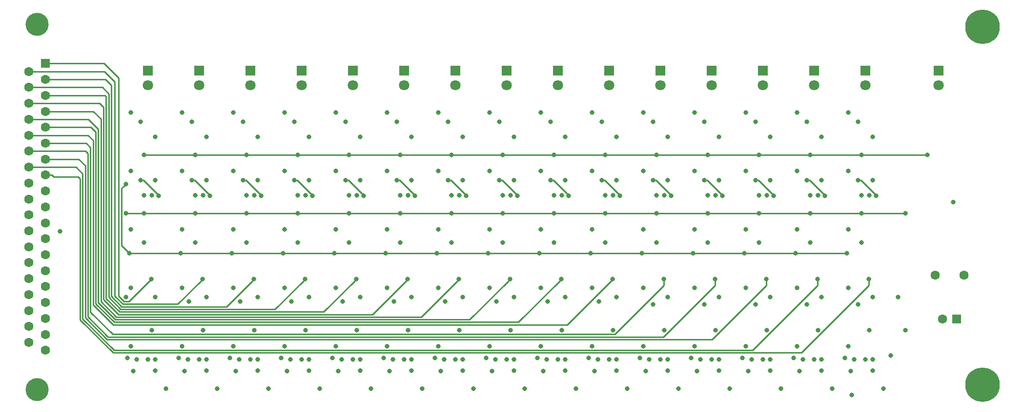
<source format=gbr>
G04 #@! TF.GenerationSoftware,KiCad,Pcbnew,5.1.5-52549c5~84~ubuntu18.04.1*
G04 #@! TF.CreationDate,2020-05-17T15:51:58-07:00*
G04 #@! TF.ProjectId,program_counter,70726f67-7261-46d5-9f63-6f756e746572,rev?*
G04 #@! TF.SameCoordinates,Original*
G04 #@! TF.FileFunction,Copper,L2,Inr*
G04 #@! TF.FilePolarity,Positive*
%FSLAX46Y46*%
G04 Gerber Fmt 4.6, Leading zero omitted, Abs format (unit mm)*
G04 Created by KiCad (PCBNEW 5.1.5-52549c5~84~ubuntu18.04.1) date 2020-05-17 15:51:58*
%MOMM*%
%LPD*%
G04 APERTURE LIST*
%ADD10C,4.000000*%
%ADD11C,1.600000*%
%ADD12R,1.600000X1.600000*%
%ADD13C,1.800000*%
%ADD14R,1.800000X1.800000*%
%ADD15C,6.000000*%
%ADD16C,0.800000*%
%ADD17C,0.250000*%
G04 APERTURE END LIST*
D10*
X72240000Y-129070000D03*
X72240000Y-65570000D03*
D11*
X70820000Y-120865000D03*
X70820000Y-118095000D03*
X70820000Y-115325000D03*
X70820000Y-112555000D03*
X70820000Y-109785000D03*
X70820000Y-107015000D03*
X70820000Y-104245000D03*
X70820000Y-101475000D03*
X70820000Y-98705000D03*
X70820000Y-95935000D03*
X70820000Y-93165000D03*
X70820000Y-90395000D03*
X70820000Y-87625000D03*
X70820000Y-84855000D03*
X70820000Y-82085000D03*
X70820000Y-79315000D03*
X70820000Y-76545000D03*
X70820000Y-73775000D03*
X73660000Y-122250000D03*
X73660000Y-119480000D03*
X73660000Y-116710000D03*
X73660000Y-113940000D03*
X73660000Y-111170000D03*
X73660000Y-108400000D03*
X73660000Y-105630000D03*
X73660000Y-102860000D03*
X73660000Y-100090000D03*
X73660000Y-97320000D03*
X73660000Y-94550000D03*
X73660000Y-91780000D03*
X73660000Y-89010000D03*
X73660000Y-86240000D03*
X73660000Y-83470000D03*
X73660000Y-80700000D03*
X73660000Y-77930000D03*
X73660000Y-75160000D03*
D12*
X73660000Y-72390000D03*
D13*
X228600000Y-76200000D03*
D14*
X228600000Y-73660000D03*
D11*
X228045000Y-109220000D03*
X233045000Y-109220000D03*
D13*
X207010000Y-76200000D03*
D14*
X207010000Y-73660000D03*
D13*
X91440000Y-76200000D03*
D14*
X91440000Y-73660000D03*
D13*
X100330000Y-76200000D03*
D14*
X100330000Y-73660000D03*
D13*
X109220000Y-76200000D03*
D14*
X109220000Y-73660000D03*
D13*
X118110000Y-76200000D03*
D14*
X118110000Y-73660000D03*
D13*
X127000000Y-76200000D03*
D14*
X127000000Y-73660000D03*
D13*
X135890000Y-76200000D03*
D14*
X135890000Y-73660000D03*
D13*
X144780000Y-76200000D03*
D14*
X144780000Y-73660000D03*
D13*
X153670000Y-76200000D03*
D14*
X153670000Y-73660000D03*
D13*
X162560000Y-76200000D03*
D14*
X162560000Y-73660000D03*
D13*
X171450000Y-76200000D03*
D14*
X171450000Y-73660000D03*
D13*
X180340000Y-76200000D03*
D14*
X180340000Y-73660000D03*
D13*
X189230000Y-76200000D03*
D14*
X189230000Y-73660000D03*
D13*
X198120000Y-76200000D03*
D14*
X198120000Y-73660000D03*
D13*
X215900000Y-76200000D03*
D14*
X215900000Y-73660000D03*
D11*
X229275000Y-116840000D03*
D12*
X231775000Y-116840000D03*
D15*
X236220000Y-66040000D03*
X236220000Y-128270000D03*
D16*
X88490000Y-121510000D03*
X97380000Y-121510000D03*
X106270000Y-121510000D03*
X115160000Y-121510000D03*
X124050000Y-121510000D03*
X132940000Y-121510000D03*
X141830000Y-121510000D03*
X150720000Y-121510000D03*
X159610000Y-121510000D03*
X168500000Y-121510000D03*
X177390000Y-121510000D03*
X186280000Y-121510000D03*
X195170000Y-121510000D03*
X204060000Y-121510000D03*
X212950000Y-121510000D03*
X88490000Y-111350000D03*
X97380000Y-111350000D03*
X106270000Y-111350000D03*
X115160000Y-111350000D03*
X124050000Y-111350000D03*
X132940000Y-111350000D03*
X141830000Y-111350000D03*
X150720000Y-111350000D03*
X159610000Y-111350000D03*
X168500000Y-111350000D03*
X177390000Y-111350000D03*
X186280000Y-111350000D03*
X195170000Y-111350000D03*
X204060000Y-111350000D03*
X212950000Y-111350000D03*
X88490000Y-101190000D03*
X97380000Y-101190000D03*
X106270000Y-101190000D03*
X115160000Y-101190000D03*
X124050000Y-101190000D03*
X132940000Y-101190000D03*
X141830000Y-101190000D03*
X150720000Y-101190000D03*
X159610000Y-101190000D03*
X168500000Y-101190000D03*
X177390000Y-101190000D03*
X186280000Y-101190000D03*
X195170000Y-101190000D03*
X204060000Y-101190000D03*
X212950000Y-101190000D03*
X88490000Y-91030000D03*
X97380000Y-91030000D03*
X106270000Y-91030000D03*
X115160000Y-91030000D03*
X124050000Y-91030000D03*
X132940000Y-91030000D03*
X141830000Y-91030000D03*
X150720000Y-91030000D03*
X159610000Y-91030000D03*
X168500000Y-91030000D03*
X177390000Y-91030000D03*
X186280000Y-91030000D03*
X195170000Y-91030000D03*
X204060000Y-91030000D03*
X212950000Y-91030000D03*
X88490000Y-80870000D03*
X97380000Y-80870000D03*
X106270000Y-80870000D03*
X115160000Y-80870000D03*
X124050000Y-80870000D03*
X132940000Y-80870000D03*
X141830000Y-80870000D03*
X150720000Y-80870000D03*
X159610000Y-80870000D03*
X168500000Y-80870000D03*
X177390000Y-80870000D03*
X186280000Y-80870000D03*
X195170000Y-80870000D03*
X204060000Y-80870000D03*
X212950000Y-80870000D03*
X231140000Y-96520000D03*
X219075000Y-128905000D03*
X210185000Y-128905000D03*
X201295000Y-128905000D03*
X192405000Y-128905000D03*
X183515000Y-128905000D03*
X174625000Y-128905000D03*
X165735000Y-128905000D03*
X156845000Y-128905000D03*
X147955000Y-128905000D03*
X139065000Y-128905000D03*
X130175000Y-128905000D03*
X121285000Y-128905000D03*
X112395000Y-128905000D03*
X103505000Y-128905000D03*
X94615000Y-128905000D03*
X217200000Y-113000000D03*
X208310000Y-113000000D03*
X199420000Y-113000000D03*
X190530000Y-113000000D03*
X181640000Y-113000000D03*
X172750000Y-113000000D03*
X163860000Y-113000000D03*
X154970000Y-113000000D03*
X146080000Y-113000000D03*
X137190000Y-113000000D03*
X128300000Y-113000000D03*
X119410000Y-113000000D03*
X110520000Y-113000000D03*
X101630000Y-113000000D03*
X92740000Y-113000000D03*
X76200000Y-101600000D03*
X87630000Y-113030000D03*
X221615000Y-113030000D03*
X100965000Y-109855000D03*
X118745000Y-109855000D03*
X136525000Y-109855000D03*
X154305000Y-109855000D03*
X172085000Y-109855000D03*
X189865000Y-109855000D03*
X207645000Y-109855000D03*
X90805000Y-98425000D03*
X99695000Y-98425000D03*
X108585000Y-98425000D03*
X117475000Y-98425000D03*
X126365000Y-98425000D03*
X135255000Y-98425000D03*
X144145000Y-98425000D03*
X153035000Y-98425000D03*
X161925000Y-98425000D03*
X170815000Y-98425000D03*
X179705000Y-98425000D03*
X188595000Y-98425000D03*
X197485000Y-98425000D03*
X206375000Y-98425000D03*
X215265000Y-98425000D03*
X222885000Y-98425000D03*
X87630000Y-98425000D03*
X92075000Y-109855000D03*
X109855000Y-109855000D03*
X127635000Y-109855000D03*
X145415000Y-109855000D03*
X163195000Y-109855000D03*
X180975000Y-109855000D03*
X198755000Y-109855000D03*
X216535000Y-109855000D03*
X213995000Y-123795000D03*
X217200000Y-125760000D03*
X215900000Y-123825000D03*
X212365000Y-123550000D03*
X214630000Y-114300000D03*
X92090000Y-118730000D03*
X100980000Y-118730000D03*
X109870000Y-118730000D03*
X118760000Y-118730000D03*
X127650000Y-118730000D03*
X136540000Y-118730000D03*
X145430000Y-118730000D03*
X154320000Y-118730000D03*
X163210000Y-118730000D03*
X172100000Y-118730000D03*
X180990000Y-118730000D03*
X189880000Y-118730000D03*
X198770000Y-118730000D03*
X207660000Y-118730000D03*
X216550000Y-118730000D03*
X222885000Y-118745000D03*
X90805000Y-88265000D03*
X99695000Y-88265000D03*
X108585000Y-88265000D03*
X117475000Y-88265000D03*
X126365000Y-88265000D03*
X135255000Y-88265000D03*
X144145000Y-88265000D03*
X153035000Y-88265000D03*
X161925000Y-88265000D03*
X170815000Y-88265000D03*
X179705000Y-88265000D03*
X188595000Y-88265000D03*
X197485000Y-88265000D03*
X206375000Y-88265000D03*
X215265000Y-88265000D03*
X226695000Y-88265000D03*
X217805000Y-95350000D03*
X214600000Y-92680000D03*
X215250000Y-95265000D03*
X217200000Y-92680000D03*
X89535000Y-123795000D03*
X92740000Y-125760000D03*
X91440000Y-123825000D03*
X87905000Y-123550000D03*
X90140000Y-92680000D03*
X93345000Y-95350000D03*
X92740000Y-92680000D03*
X90790000Y-95265000D03*
X90140000Y-82520000D03*
X92740000Y-85120000D03*
X98552000Y-113792000D03*
X100330000Y-123825000D03*
X96795000Y-123550000D03*
X99680000Y-95265000D03*
X101630000Y-92680000D03*
X101630000Y-85120000D03*
X99030000Y-82520000D03*
X107315000Y-123795000D03*
X110520000Y-125760000D03*
X109220000Y-123825000D03*
X105685000Y-123550000D03*
X107442000Y-113792000D03*
X111125000Y-95350000D03*
X107920000Y-92680000D03*
X108570000Y-95265000D03*
X110520000Y-92680000D03*
X116205000Y-123795000D03*
X119410000Y-125760000D03*
X118110000Y-123825000D03*
X114575000Y-123550000D03*
X116332000Y-113792000D03*
X120015000Y-95350000D03*
X116810000Y-92680000D03*
X117460000Y-95265000D03*
X119410000Y-92680000D03*
X119410000Y-85120000D03*
X116810000Y-82520000D03*
X127000000Y-123825000D03*
X123465000Y-123550000D03*
X125222000Y-113792000D03*
X126350000Y-95265000D03*
X128300000Y-92680000D03*
X128300000Y-85120000D03*
X125700000Y-82520000D03*
X133985000Y-123795000D03*
X137190000Y-125760000D03*
X135890000Y-123825000D03*
X132355000Y-123550000D03*
X134112000Y-113792000D03*
X137795000Y-95350000D03*
X134590000Y-92680000D03*
X135240000Y-95265000D03*
X137190000Y-92680000D03*
X142875000Y-123795000D03*
X146080000Y-125760000D03*
X144780000Y-123825000D03*
X141245000Y-123550000D03*
X143002000Y-113792000D03*
X146685000Y-95350000D03*
X143480000Y-92680000D03*
X144130000Y-95265000D03*
X146080000Y-92680000D03*
X146080000Y-85120000D03*
X143480000Y-82520000D03*
X153670000Y-123825000D03*
X150135000Y-123550000D03*
X151892000Y-113792000D03*
X153020000Y-95265000D03*
X154970000Y-92680000D03*
X154970000Y-85120000D03*
X152370000Y-82520000D03*
X160655000Y-123795000D03*
X163860000Y-125760000D03*
X162560000Y-123825000D03*
X159025000Y-123550000D03*
X160782000Y-113792000D03*
X164465000Y-95350000D03*
X161260000Y-92680000D03*
X161910000Y-95265000D03*
X163860000Y-92680000D03*
X217200000Y-123795000D03*
X213360000Y-125845000D03*
X220345000Y-123190000D03*
X213544990Y-129990010D03*
X212725000Y-105410000D03*
X203835000Y-105410000D03*
X194945000Y-105410000D03*
X186055000Y-105410000D03*
X177165000Y-105410000D03*
X168275000Y-105410000D03*
X159385000Y-105410000D03*
X150495000Y-105410000D03*
X141605000Y-105410000D03*
X132715000Y-105410000D03*
X123825000Y-105410000D03*
X114935000Y-105410000D03*
X106045000Y-105410000D03*
X97155000Y-105410000D03*
X88265000Y-105410000D03*
X87630000Y-93345000D03*
X208310000Y-123795000D03*
X204470000Y-125845000D03*
X215250000Y-103520000D03*
X216550000Y-95265000D03*
X217200000Y-85120000D03*
X214600000Y-82520000D03*
X92740000Y-123795000D03*
X88900000Y-125845000D03*
X92090000Y-95265000D03*
X90790000Y-103520000D03*
X98425000Y-123795000D03*
X101630000Y-125760000D03*
X97790000Y-125845000D03*
X101630000Y-123795000D03*
X99680000Y-103520000D03*
X100980000Y-95265000D03*
X102235000Y-95350000D03*
X99030000Y-92680000D03*
X110520000Y-123795000D03*
X106680000Y-125845000D03*
X108570000Y-103520000D03*
X109870000Y-95265000D03*
X110520000Y-85120000D03*
X107920000Y-82520000D03*
X119410000Y-123795000D03*
X115570000Y-125845000D03*
X117460000Y-103520000D03*
X118760000Y-95265000D03*
X125095000Y-123795000D03*
X128300000Y-125760000D03*
X128300000Y-123795000D03*
X124460000Y-125845000D03*
X126350000Y-103520000D03*
X127650000Y-95265000D03*
X128905000Y-95350000D03*
X125700000Y-92680000D03*
X137190000Y-123795000D03*
X133350000Y-125845000D03*
X135240000Y-103520000D03*
X136540000Y-95265000D03*
X137190000Y-85120000D03*
X134590000Y-82520000D03*
X146080000Y-123795000D03*
X142240000Y-125845000D03*
X144130000Y-103520000D03*
X145430000Y-95265000D03*
X151765000Y-123795000D03*
X154970000Y-125760000D03*
X154970000Y-123795000D03*
X151130000Y-125845000D03*
X153020000Y-103520000D03*
X154320000Y-95265000D03*
X155575000Y-95350000D03*
X152370000Y-92680000D03*
X163860000Y-123795000D03*
X160020000Y-125845000D03*
X161910000Y-103520000D03*
X163210000Y-95265000D03*
X163860000Y-85120000D03*
X161260000Y-82520000D03*
X169545000Y-123795000D03*
X172750000Y-125760000D03*
X171450000Y-123825000D03*
X167915000Y-123550000D03*
X169672000Y-113792000D03*
X172750000Y-123795000D03*
X168910000Y-125845000D03*
X170800000Y-103520000D03*
X172100000Y-95265000D03*
X173355000Y-95350000D03*
X170150000Y-92680000D03*
X170800000Y-95265000D03*
X172750000Y-92680000D03*
X172750000Y-85120000D03*
X170150000Y-82520000D03*
X178435000Y-123795000D03*
X181640000Y-125760000D03*
X180340000Y-123825000D03*
X176805000Y-123550000D03*
X179070000Y-114300000D03*
X181640000Y-123795000D03*
X177800000Y-125845000D03*
X179690000Y-103520000D03*
X180990000Y-95265000D03*
X182245000Y-95350000D03*
X179040000Y-92680000D03*
X179690000Y-95265000D03*
X181640000Y-92680000D03*
X181640000Y-85120000D03*
X179040000Y-82520000D03*
X187325000Y-123795000D03*
X190530000Y-125760000D03*
X189230000Y-123825000D03*
X185695000Y-123550000D03*
X187960000Y-114300000D03*
X190530000Y-123795000D03*
X186690000Y-125845000D03*
X188580000Y-103520000D03*
X189880000Y-95265000D03*
X191135000Y-95350000D03*
X187930000Y-92680000D03*
X188580000Y-95265000D03*
X190530000Y-92680000D03*
X190530000Y-85120000D03*
X187930000Y-82520000D03*
X196215000Y-123795000D03*
X199420000Y-125760000D03*
X198120000Y-123825000D03*
X194585000Y-123550000D03*
X196850000Y-114300000D03*
X199420000Y-123795000D03*
X195580000Y-125845000D03*
X197470000Y-103520000D03*
X198770000Y-95265000D03*
X200025000Y-95350000D03*
X196820000Y-92680000D03*
X197470000Y-95265000D03*
X199420000Y-92680000D03*
X199420000Y-85120000D03*
X196820000Y-82520000D03*
X205105000Y-123795000D03*
X208310000Y-125760000D03*
X207010000Y-123825000D03*
X203475000Y-123550000D03*
X205740000Y-114300000D03*
X206360000Y-103520000D03*
X207660000Y-95265000D03*
X208915000Y-95350000D03*
X205710000Y-92680000D03*
X206360000Y-95265000D03*
X208310000Y-92680000D03*
X208310000Y-85120000D03*
X205710000Y-82520000D03*
D17*
X70820000Y-73775000D02*
X83935000Y-73775000D01*
X83935000Y-73775000D02*
X85725000Y-75565000D01*
X100565001Y-110254999D02*
X100965000Y-109855000D01*
X96614989Y-114205011D02*
X100565001Y-110254999D01*
X87095599Y-114205011D02*
X96614989Y-114205011D01*
X85725000Y-112834412D02*
X87095599Y-114205011D01*
X85725000Y-75565000D02*
X85725000Y-112834412D01*
X70820000Y-76545000D02*
X83530000Y-76545000D01*
X84639990Y-77654990D02*
X84639990Y-113022222D01*
X83530000Y-76545000D02*
X84639990Y-77654990D01*
X118345001Y-110254999D02*
X118745000Y-109855000D01*
X86722799Y-115105031D02*
X113494969Y-115105031D01*
X113494969Y-115105031D02*
X118345001Y-110254999D01*
X84639990Y-113022222D02*
X86722799Y-115105031D01*
X83739972Y-80010001D02*
X83739972Y-113395024D01*
X136125001Y-110254999D02*
X136525000Y-109855000D01*
X70820000Y-79315000D02*
X83044971Y-79315000D01*
X83739972Y-113395024D02*
X86349999Y-116005051D01*
X83044971Y-79315000D02*
X83739972Y-80010001D01*
X86349999Y-116005051D02*
X130374949Y-116005051D01*
X130374949Y-116005051D02*
X136125001Y-110254999D01*
X70820000Y-82085000D02*
X81104952Y-82085000D01*
X82839952Y-83820000D02*
X82839953Y-113956363D01*
X81104952Y-82085000D02*
X82839952Y-83820000D01*
X153905001Y-110254999D02*
X154305000Y-109855000D01*
X147254929Y-116905071D02*
X153905001Y-110254999D01*
X85788661Y-116905071D02*
X147254929Y-116905071D01*
X82839953Y-113956363D02*
X85788661Y-116905071D01*
X70820000Y-84855000D02*
X81045000Y-84855000D01*
X81939934Y-85749934D02*
X81939935Y-114329165D01*
X81045000Y-84855000D02*
X81939934Y-85749934D01*
X171685001Y-110254999D02*
X172085000Y-109855000D01*
X164134909Y-117805091D02*
X171685001Y-110254999D01*
X85415861Y-117805091D02*
X164134909Y-117805091D01*
X81939935Y-114329165D02*
X85415861Y-117805091D01*
X189865000Y-110928002D02*
X189865000Y-110420685D01*
X84542008Y-119905010D02*
X180887992Y-119905010D01*
X73940002Y-87625000D02*
X73945002Y-87630000D01*
X73945002Y-87630000D02*
X80645000Y-87630000D01*
X80645000Y-87630000D02*
X81039916Y-88024916D01*
X189865000Y-110420685D02*
X189865000Y-109855000D01*
X70820000Y-87625000D02*
X73940002Y-87625000D01*
X81039916Y-88024916D02*
X81039917Y-116402919D01*
X180887992Y-119905010D02*
X189865000Y-110928002D01*
X81039917Y-116402919D02*
X84542008Y-119905010D01*
X70820000Y-90395000D02*
X78965000Y-90395000D01*
X207645000Y-110420685D02*
X207645000Y-109855000D01*
X196338001Y-122235001D02*
X207645000Y-110928002D01*
X85599179Y-122235001D02*
X196338001Y-122235001D01*
X80139899Y-116775721D02*
X85599179Y-122235001D01*
X80139898Y-91569898D02*
X80139899Y-116775721D01*
X207645000Y-110928002D02*
X207645000Y-110420685D01*
X78965000Y-90395000D02*
X80139898Y-91569898D01*
X87630000Y-98425000D02*
X222885000Y-98425000D01*
X88174999Y-113755001D02*
X92075000Y-109855000D01*
X87281999Y-113755001D02*
X88174999Y-113755001D01*
X86360000Y-112833002D02*
X87281999Y-113755001D01*
X86360000Y-74930000D02*
X86360000Y-112833002D01*
X73660000Y-72390000D02*
X83820000Y-72390000D01*
X83820000Y-72390000D02*
X86360000Y-74930000D01*
X73660000Y-75160000D02*
X84050000Y-75160000D01*
X84050000Y-75160000D02*
X85090000Y-76200000D01*
X109455001Y-110254999D02*
X109855000Y-109855000D01*
X105054979Y-114655021D02*
X109455001Y-110254999D01*
X86909199Y-114655021D02*
X105054979Y-114655021D01*
X85090000Y-112835822D02*
X86909199Y-114655021D01*
X85090000Y-76200000D02*
X85090000Y-112835822D01*
X73660000Y-77930000D02*
X84014980Y-77930000D01*
X84189980Y-78105000D02*
X84189981Y-113208623D01*
X84014980Y-77930000D02*
X84189980Y-78105000D01*
X127235001Y-110254999D02*
X127635000Y-109855000D01*
X121934959Y-115555041D02*
X127235001Y-110254999D01*
X86536399Y-115555041D02*
X121934959Y-115555041D01*
X84189981Y-113208623D02*
X86536399Y-115555041D01*
X73660000Y-80700000D02*
X81970000Y-80700000D01*
X83289962Y-82019962D02*
X83289962Y-113769962D01*
X81970000Y-80700000D02*
X83289962Y-82019962D01*
X145015001Y-110254999D02*
X145415000Y-109855000D01*
X138814939Y-116455061D02*
X145015001Y-110254999D01*
X85975061Y-116455061D02*
X138814939Y-116455061D01*
X83289962Y-113769962D02*
X85975061Y-116455061D01*
X81565000Y-83470000D02*
X82389944Y-84294944D01*
X73660000Y-83470000D02*
X81565000Y-83470000D01*
X82389944Y-84294944D02*
X82389944Y-114142764D01*
X162795001Y-110254999D02*
X163195000Y-109855000D01*
X155694919Y-117355081D02*
X162795001Y-110254999D01*
X85602261Y-117355081D02*
X155694919Y-117355081D01*
X82389944Y-114142764D02*
X85602261Y-117355081D01*
X180975000Y-110420685D02*
X180975000Y-109855000D01*
X180975000Y-110928002D02*
X180975000Y-110420685D01*
X73660000Y-86240000D02*
X80734925Y-86240000D01*
X80734925Y-86240000D02*
X81489926Y-86995001D01*
X81489926Y-115582928D02*
X85361999Y-119455001D01*
X81489926Y-86995001D02*
X81489926Y-115582928D01*
X85361999Y-119455001D02*
X172448001Y-119455001D01*
X172448001Y-119455001D02*
X180975000Y-110928002D01*
X73660000Y-89010000D02*
X79429907Y-89010000D01*
X79429907Y-89010000D02*
X80589908Y-90170001D01*
X80589908Y-90170001D02*
X80589908Y-116589320D01*
X198755000Y-110928002D02*
X198755000Y-110420685D01*
X189327982Y-120355020D02*
X198755000Y-110928002D01*
X198755000Y-110420685D02*
X198755000Y-109855000D01*
X84355608Y-120355020D02*
X189327982Y-120355020D01*
X80589908Y-116589320D02*
X84355608Y-120355020D01*
X216535000Y-110928002D02*
X216535000Y-110420685D01*
X204777992Y-122685010D02*
X216535000Y-110928002D01*
X85412778Y-122685010D02*
X204777992Y-122685010D01*
X73660000Y-91780000D02*
X74791370Y-91780000D01*
X74791370Y-91780000D02*
X75086370Y-92075000D01*
X75086370Y-92075000D02*
X79375000Y-92075000D01*
X79375000Y-92075000D02*
X79689890Y-92389890D01*
X216535000Y-110420685D02*
X216535000Y-109855000D01*
X79689890Y-92389890D02*
X79689890Y-116962122D01*
X79689890Y-116962122D02*
X85412778Y-122685010D01*
X226695000Y-88265000D02*
X90805000Y-88265000D01*
X214600000Y-92680000D02*
X215165685Y-92680000D01*
X215165685Y-92680000D02*
X217805000Y-95319315D01*
X93345000Y-95319315D02*
X93345000Y-95350000D01*
X90705685Y-92680000D02*
X93345000Y-95319315D01*
X90140000Y-92680000D02*
X90705685Y-92680000D01*
X107920000Y-92680000D02*
X108485685Y-92680000D01*
X108485685Y-92680000D02*
X111125000Y-95319315D01*
X116810000Y-92680000D02*
X117375685Y-92680000D01*
X117375685Y-92680000D02*
X120015000Y-95319315D01*
X134590000Y-92680000D02*
X135155685Y-92680000D01*
X135155685Y-92680000D02*
X137795000Y-95319315D01*
X143480000Y-92680000D02*
X144045685Y-92680000D01*
X144045685Y-92680000D02*
X146685000Y-95319315D01*
X161260000Y-92680000D02*
X161825685Y-92680000D01*
X161825685Y-92680000D02*
X164465000Y-95319315D01*
X212725000Y-105410000D02*
X88265000Y-105410000D01*
X87230001Y-93744999D02*
X87630000Y-93345000D01*
X86904999Y-94070001D02*
X87230001Y-93744999D01*
X86904999Y-104049999D02*
X86904999Y-94070001D01*
X88265000Y-105410000D02*
X86904999Y-104049999D01*
X99030000Y-92680000D02*
X99595685Y-92680000D01*
X99595685Y-92680000D02*
X102235000Y-95319315D01*
X125700000Y-92680000D02*
X126265685Y-92680000D01*
X126265685Y-92680000D02*
X128905000Y-95319315D01*
X152370000Y-92680000D02*
X152935685Y-92680000D01*
X152935685Y-92680000D02*
X155575000Y-95319315D01*
X170150000Y-92680000D02*
X170715685Y-92680000D01*
X170715685Y-92680000D02*
X173355000Y-95319315D01*
X179040000Y-92680000D02*
X179605685Y-92680000D01*
X179605685Y-92680000D02*
X182245000Y-95319315D01*
X187930000Y-92680000D02*
X188495685Y-92680000D01*
X188495685Y-92680000D02*
X191135000Y-95319315D01*
X196820000Y-92680000D02*
X197385685Y-92680000D01*
X197385685Y-92680000D02*
X200025000Y-95319315D01*
X205710000Y-92680000D02*
X206275685Y-92680000D01*
X206275685Y-92680000D02*
X208915000Y-95319315D01*
M02*

</source>
